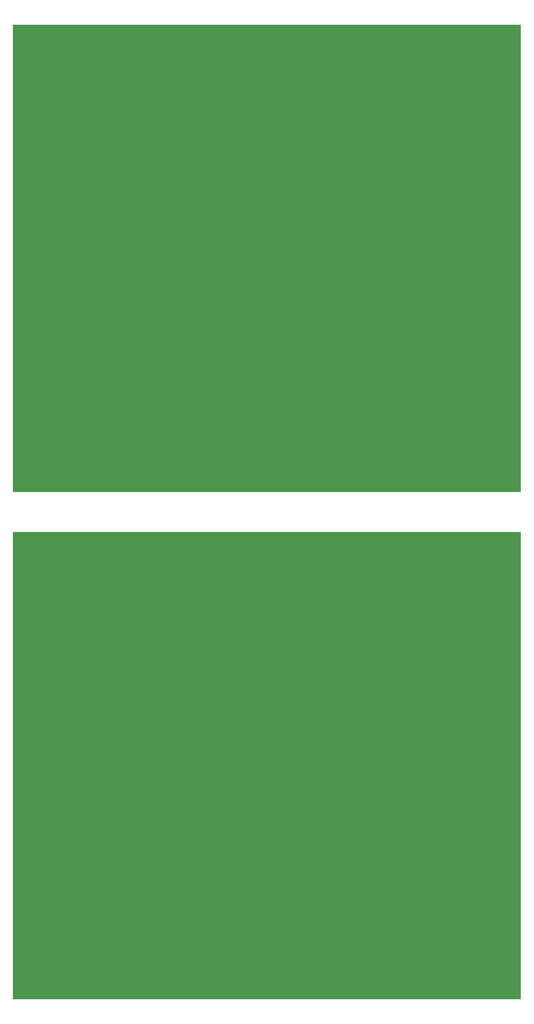
<source format=gbr>
G04 DipTrace 2.4.0.2*
%INBoard.gbr*%
%MOMM*%
%ADD11C,0.14*%
%FSLAX53Y53*%
G04*
G71*
G90*
G75*
G01*
%LNBoardPoly*%
%LPD*%
G36*
X0Y91440D2*
D11*
Y-25400D1*
X127000D1*
Y91440D1*
X0D1*
G37*
G36*
Y218280D2*
D11*
Y101440D1*
X127000D1*
Y218280D1*
X0D1*
G37*
M02*

</source>
